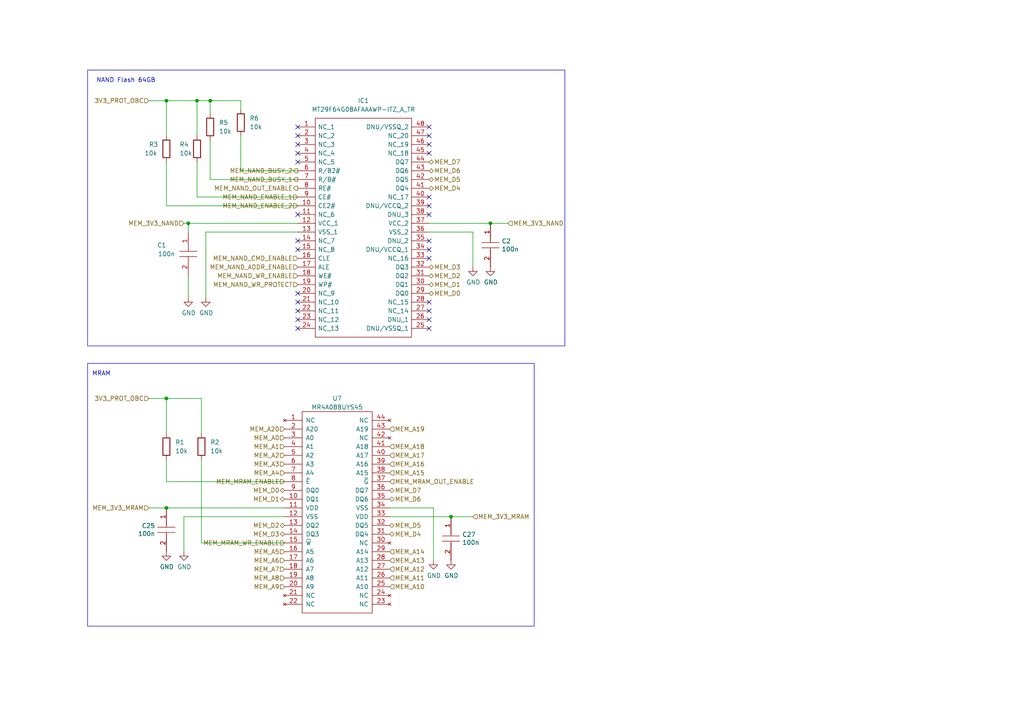
<source format=kicad_sch>
(kicad_sch (version 20230121) (generator eeschema)
  (paper "A4")
  (title_block (title "OBC Memory Modules") (date "2021-01-10") (rev "2.1") (company "SpaceDot") (comment 1 "Engineering Model") (comment 2 "FFF REPRESENTATIVE"))
  (lib_symbols
    (symbol "Device:R" (pin_numbers hide) (pin_names (offset 0))
      (property "Reference" "R" (at 2.032 0 90))
      (property "Value" "R" (at 0 0 90))
      (symbol "R_0_1"
        (rectangle (start -1.016 -2.54) (end 1.016 2.54) (stroke (width 0.254)))
      )
      (symbol "R_1_1"
        (pin passive line (at 0 3.81 270) (length 1.27) (name "~") (number "1"))
        (pin passive line (at 0 -3.81 90) (length 1.27) (name "~") (number "2"))
      )
    )
    (symbol "OBC_IC:MR4A08BUYS45" (pin_names (offset 1.016))
      (property "Reference" "U" (at 15.24 7.62 0))
      (property "Value" "MR4A08BUYS45" (at 15.24 5.08 0))
      (symbol "MR4A08BUYS45_0_1"
        (rectangle (start 5.08 2.54) (end 25.4 -55.88))
      )
      (symbol "MR4A08BUYS45_1_1"
        (pin no_connect line (at 0 0 0) (length 5.08) (name "NC") (number "1"))
        (pin bidirectional line (at 0 -22.86 0) (length 5.08) (name "DQ1") (number "10"))
        (pin power_in line (at 0 -25.4 0) (length 5.08) (name "VDD") (number "11"))
        (pin power_in line (at 0 -27.94 0) (length 5.08) (name "VSS") (number "12"))
        (pin bidirectional line (at 0 -30.48 0) (length 5.08) (name "DQ2") (number "13"))
        (pin bidirectional line (at 0 -33.02 0) (length 5.08) (name "DQ3") (number "14"))
        (pin input line (at 0 -35.56 0) (length 5.08) (name "~{W}") (number "15"))
        (pin input line (at 0 -38.1 0) (length 5.08) (name "A5") (number "16"))
        (pin input line (at 0 -40.64 0) (length 5.08) (name "A6") (number "17"))
        (pin input line (at 0 -43.18 0) (length 5.08) (name "A7") (number "18"))
        (pin input line (at 0 -45.72 0) (length 5.08) (name "A8") (number "19"))
        (pin input line (at 0 -2.54 0) (length 5.08) (name "A20") (number "2"))
        (pin input line (at 0 -48.26 0) (length 5.08) (name "A9") (number "20"))
        (pin no_connect line (at 0 -50.8 0) (length 5.08) (name "NC") (number "21"))
        (pin no_connect line (at 0 -53.34 0) (length 5.08) (name "NC") (number "22"))
        (pin no_connect line (at 30.48 -53.34 180) (length 5.08) (name "NC") (number "23"))
        (pin no_connect line (at 30.48 -50.8 180) (length 5.08) (name "NC") (number "24"))
        (pin input line (at 30.48 -48.26 180) (length 5.08) (name "A10") (number "25"))
        (pin input line (at 30.48 -45.72 180) (length 5.08) (name "A11") (number "26"))
        (pin input line (at 30.48 -43.18 180) (length 5.08) (name "A12") (number "27"))
        (pin input line (at 30.48 -40.64 180) (length 5.08) (name "A13") (number "28"))
        (pin input line (at 30.48 -38.1 180) (length 5.08) (name "A14") (number "29"))
        (pin input line (at 0 -5.08 0) (length 5.08) (name "A0") (number "3"))
        (pin no_connect line (at 30.48 -35.56 180) (length 5.08) (name "NC") (number "30"))
        (pin bidirectional line (at 30.48 -33.02 180) (length 5.08) (name "DQ4") (number "31"))
        (pin bidirectional line (at 30.48 -30.48 180) (length 5.08) (name "DQ5") (number "32"))
        (pin power_in line (at 30.48 -27.94 180) (length 5.08) (name "VDD") (number "33"))
        (pin power_in line (at 30.48 -25.4 180) (length 5.08) (name "VSS") (number "34"))
        (pin bidirectional line (at 30.48 -22.86 180) (length 5.08) (name "DQ6") (number "35"))
        (pin bidirectional line (at 30.48 -20.32 180) (length 5.08) (name "DQ7") (number "36"))
        (pin input line (at 30.48 -17.78 180) (length 5.08) (name "~{G}") (number "37"))
        (pin input line (at 30.48 -15.24 180) (length 5.08) (name "A15") (number "38"))
        (pin input line (at 30.48 -12.7 180) (length 5.08) (name "A16") (number "39"))
        (pin input line (at 0 -7.62 0) (length 5.08) (name "A1") (number "4"))
        (pin input line (at 30.48 -10.16 180) (length 5.08) (name "A17") (number "40"))
        (pin input line (at 30.48 -7.62 180) (length 5.08) (name "A18") (number "41"))
        (pin no_connect line (at 30.48 -5.08 180) (length 5.08) (name "NC") (number "42"))
        (pin input line (at 30.48 -2.54 180) (length 5.08) (name "A19") (number "43"))
        (pin no_connect line (at 30.48 0 180) (length 5.08) (name "NC") (number "44"))
        (pin input line (at 0 -10.16 0) (length 5.08) (name "A2") (number "5"))
        (pin input line (at 0 -12.7 0) (length 5.08) (name "A3") (number "6"))
        (pin input line (at 0 -15.24 0) (length 5.08) (name "A4") (number "7"))
        (pin input line (at 0 -17.78 0) (length 5.08) (name "~{E}") (number "8"))
        (pin bidirectional line (at 0 -20.32 0) (length 5.08) (name "DQ0") (number "9"))
      )
    )
    (symbol "OBC_IC:MT29F64G08AFAAAWP-ITZ_A_TR" (pin_names (offset 0.762))
      (property "Reference" "IC" (at 34.29 7.62 0))
      (property "Value" "MT29F64G08AFAAAWP-ITZ_A_TR" (at 34.29 5.08 0))
      (symbol "MT29F64G08AFAAAWP-ITZ_A_TR_0_0"
        (pin passive line (at 0 0 0) (length 5.08) (name "NC_1") (number "1"))
        (pin passive line (at 0 -22.86 0) (length 5.08) (name "CE2#") (number "10"))
        (pin passive line (at 0 -25.4 0) (length 5.08) (name "NC_6") (number "11"))
        (pin passive line (at 0 -27.94 0) (length 5.08) (name "VCC_1") (number "12"))
        (pin passive line (at 0 -30.48 0) (length 5.08) (name "VSS_1") (number "13"))
        (pin passive line (at 0 -33.02 0) (length 5.08) (name "NC_7") (number "14"))
        (pin passive line (at 0 -35.56 0) (length 5.08) (name "NC_8") (number "15"))
        (pin passive line (at 0 -38.1 0) (length 5.08) (name "CLE") (number "16"))
        (pin passive line (at 0 -40.64 0) (length 5.08) (name "ALE") (number "17"))
        (pin passive line (at 0 -43.18 0) (length 5.08) (name "WE#") (number "18"))
        (pin passive line (at 0 -45.72 0) (length 5.08) (name "WP#") (number "19"))
        (pin passive line (at 0 -2.54 0) (length 5.08) (name "NC_2") (number "2"))
        (pin passive line (at 0 -48.26 0) (length 5.08) (name "NC_9") (number "20"))
        (pin passive line (at 0 -50.8 0) (length 5.08) (name "NC_10") (number "21"))
        (pin passive line (at 0 -53.34 0) (length 5.08) (name "NC_11") (number "22"))
        (pin passive line (at 0 -55.88 0) (length 5.08) (name "NC_12") (number "23"))
        (pin passive line (at 0 -58.42 0) (length 5.08) (name "NC_13") (number "24"))
        (pin passive line (at 38.1 -58.42 180) (length 5.08) (name "DNU/VSSQ_1") (number "25"))
        (pin passive line (at 38.1 -55.88 180) (length 5.08) (name "DNU_1") (number "26"))
        (pin passive line (at 38.1 -53.34 180) (length 5.08) (name "NC_14") (number "27"))
        (pin passive line (at 38.1 -50.8 180) (length 5.08) (name "NC_15") (number "28"))
        (pin passive line (at 38.1 -48.26 180) (length 5.08) (name "DQ0") (number "29"))
        (pin passive line (at 0 -5.08 0) (length 5.08) (name "NC_3") (number "3"))
        (pin passive line (at 38.1 -45.72 180) (length 5.08) (name "DQ1") (number "30"))
        (pin passive line (at 38.1 -43.18 180) (length 5.08) (name "DQ2") (number "31"))
        (pin passive line (at 38.1 -40.64 180) (length 5.08) (name "DQ3") (number "32"))
        (pin passive line (at 38.1 -38.1 180) (length 5.08) (name "NC_16") (number "33"))
        (pin passive line (at 38.1 -35.56 180) (length 5.08) (name "DNU/VCCQ_1") (number "34"))
        (pin passive line (at 38.1 -33.02 180) (length 5.08) (name "DNU_2") (number "35"))
        (pin passive line (at 38.1 -30.48 180) (length 5.08) (name "VSS_2") (number "36"))
        (pin passive line (at 38.1 -27.94 180) (length 5.08) (name "VCC_2") (number "37"))
        (pin passive line (at 38.1 -25.4 180) (length 5.08) (name "DNU_3") (number "38"))
        (pin passive line (at 38.1 -22.86 180) (length 5.08) (name "DNU/VCCQ_2") (number "39"))
        (pin passive line (at 0 -7.62 0) (length 5.08) (name "NC_4") (number "4"))
        (pin passive line (at 38.1 -20.32 180) (length 5.08) (name "NC_17") (number "40"))
        (pin passive line (at 38.1 -17.78 180) (length 5.08) (name "DQ4") (number "41"))
        (pin passive line (at 38.1 -15.24 180) (length 5.08) (name "DQ5") (number "42"))
        (pin passive line (at 38.1 -12.7 180) (length 5.08) (name "DQ6") (number "43"))
        (pin passive line (at 38.1 -10.16 180) (length 5.08) (name "DQ7") (number "44"))
        (pin passive line (at 38.1 -7.62 180) (length 5.08) (name "NC_18") (number "45"))
        (pin passive line (at 38.1 -5.08 180) (length 5.08) (name "NC_19") (number "46"))
        (pin passive line (at 38.1 -2.54 180) (length 5.08) (name "NC_20") (number "47"))
        (pin passive line (at 38.1 0 180) (length 5.08) (name "DNU/VSSQ_2") (number "48"))
        (pin passive line (at 0 -10.16 0) (length 5.08) (name "NC_5") (number "5"))
        (pin passive line (at 0 -12.7 0) (length 5.08) (name "R/B2#") (number "6"))
        (pin passive line (at 0 -15.24 0) (length 5.08) (name "R/B#") (number "7"))
        (pin passive line (at 0 -17.78 0) (length 5.08) (name "RE#") (number "8"))
        (pin passive line (at 0 -20.32 0) (length 5.08) (name "CE#") (number "9"))
      )
      (symbol "MT29F64G08AFAAAWP-ITZ_A_TR_0_1"
        (polyline (pts (xy 5.08 2.54) (xy 33.02 2.54) (xy 33.02 -60.96) (xy 5.08 -60.96) (xy 5.08 2.54)) (stroke (width 0.1524)))
      )
    )
    (symbol "OBC_PASSIVE:GCM155R71H104KE02J" (pin_names (offset 0.762))
      (property "Reference" "C" (at 8.89 6.35 0))
      (property "Value" "GCM155R71H104KE02J" (at 8.89 3.81 0))
      (symbol "GCM155R71H104KE02J_0_0"
        (pin passive line (at 0 0 0) (length 5.08) (name "~") (number "1"))
        (pin passive line (at 12.7 0 180) (length 5.08) (name "~") (number "2"))
      )
      (symbol "GCM155R71H104KE02J_0_1"
        (polyline (pts (xy 5.08 0) (xy 5.588 0)) (stroke (width 0.1524)))
        (polyline (pts (xy 5.588 2.54) (xy 5.588 -2.54)) (stroke (width 0.1524)))
        (polyline (pts (xy 7.112 0) (xy 7.62 0)) (stroke (width 0.1524)))
        (polyline (pts (xy 7.112 2.54) (xy 7.112 -2.54)) (stroke (width 0.1524)))
      )
    )
    (symbol "power:GND" (power) (pin_names (offset 0))
      (property "Value" "GND" (at 0 -3.81 0))
      (symbol "GND_0_1"
        (polyline (pts (xy 0 0) (xy 0 -1.27) (xy 1.27 -1.27) (xy 0 -2.54) (xy -1.27 -1.27) (xy 0 -1.27)))
      )
      (symbol "GND_1_1"
        (pin power_in line (at 0 0 270) (length 0) hide (name "GND") (number "1"))
      )
    )
  )
  (junction (at 48.26 115.57))
  (junction (at 142.24 64.77))
  (junction (at 130.81 149.86))
  (junction (at 57.15 29.21))
  (junction (at 60.96 29.21))
  (junction (at 54.61 64.77))
  (junction (at 48.26 29.21))
  (junction (at 48.26 147.32))
  (no_connect (at 86.36 90.17))
  (no_connect (at 86.36 41.91))
  (no_connect (at 86.36 46.99))
  (no_connect (at 86.36 69.85))
  (no_connect (at 124.46 74.93))
  (no_connect (at 124.46 72.39))
  (no_connect (at 124.46 36.83))
  (no_connect (at 124.46 62.23))
  (no_connect (at 124.46 87.63))
  (no_connect (at 86.36 95.25))
  (no_connect (at 86.36 39.37))
  (no_connect (at 124.46 41.91))
  (no_connect (at 124.46 44.45))
  (no_connect (at 124.46 57.15))
  (no_connect (at 86.36 62.23))
  (no_connect (at 124.46 95.25))
  (no_connect (at 124.46 92.71))
  (no_connect (at 86.36 92.71))
  (no_connect (at 124.46 59.69))
  (no_connect (at 124.46 39.37))
  (no_connect (at 86.36 87.63))
  (no_connect (at 86.36 36.83))
  (no_connect (at 86.36 72.39))
  (no_connect (at 124.46 69.85))
  (no_connect (at 86.36 44.45))
  (no_connect (at 86.36 85.09))
  (no_connect (at 124.46 90.17))
  (wire (pts (xy 60.96 40.64) (xy 60.96 52.07)))
  (wire (pts (xy 60.96 29.21) (xy 60.96 33.02)))
  (wire (pts (xy 43.18 29.21) (xy 48.26 29.21)))
  (wire (pts (xy 59.69 67.31) (xy 86.36 67.31)))
  (wire (pts (xy 125.73 162.56) (xy 125.73 147.32)))
  (wire (pts (xy 58.42 133.35) (xy 58.42 157.48)))
  (wire (pts (xy 57.15 57.15) (xy 86.36 57.15)))
  (wire (pts (xy 48.26 115.57) (xy 48.26 125.73)))
  (wire (pts (xy 48.26 59.69) (xy 86.36 59.69)))
  (wire (pts (xy 58.42 115.57) (xy 58.42 125.73)))
  (wire (pts (xy 48.26 139.7) (xy 82.55 139.7)))
  (wire (pts (xy 54.61 64.77) (xy 54.61 67.31)))
  (wire (pts (xy 69.85 29.21) (xy 69.85 31.75)))
  (wire (pts (xy 54.61 80.01) (xy 54.61 86.36)))
  (wire (pts (xy 57.15 29.21) (xy 60.96 29.21)))
  (wire (pts (xy 54.61 64.77) (xy 86.36 64.77)))
  (wire (pts (xy 142.24 64.77) (xy 147.32 64.77)))
  (wire (pts (xy 124.46 64.77) (xy 142.24 64.77)))
  (wire (pts (xy 113.03 149.86) (xy 130.81 149.86)))
  (wire (pts (xy 43.18 115.57) (xy 48.26 115.57)))
  (wire (pts (xy 82.55 149.86) (xy 53.34 149.86)))
  (wire (pts (xy 53.34 160.02) (xy 53.34 149.86)))
  (wire (pts (xy 130.81 149.86) (xy 137.16 149.86)))
  (wire (pts (xy 48.26 147.32) (xy 82.55 147.32)))
  (wire (pts (xy 54.61 64.77) (xy 53.34 64.77)))
  (wire (pts (xy 86.36 52.07) (xy 60.96 52.07)))
  (wire (pts (xy 48.26 133.35) (xy 48.26 139.7)))
  (wire (pts (xy 59.69 67.31) (xy 59.69 86.36)))
  (wire (pts (xy 60.96 29.21) (xy 69.85 29.21)))
  (wire (pts (xy 137.16 77.47) (xy 137.16 67.31)))
  (wire (pts (xy 58.42 157.48) (xy 82.55 157.48)))
  (wire (pts (xy 48.26 29.21) (xy 57.15 29.21)))
  (wire (pts (xy 57.15 46.99) (xy 57.15 57.15)))
  (wire (pts (xy 48.26 147.32) (xy 43.18 147.32)))
  (wire (pts (xy 48.26 46.99) (xy 48.26 59.69)))
  (wire (pts (xy 48.26 29.21) (xy 48.26 39.37)))
  (wire (pts (xy 69.85 39.37) (xy 69.85 49.53)))
  (wire (pts (xy 113.03 147.32) (xy 125.73 147.32)))
  (wire (pts (xy 137.16 67.31) (xy 124.46 67.31)))
  (wire (pts (xy 48.26 115.57) (xy 58.42 115.57)))
  (wire (pts (xy 69.85 49.53) (xy 86.36 49.53)))
  (wire (pts (xy 57.15 29.21) (xy 57.15 39.37)))
  (rectangle (start 25.4 20.32) (end 163.83 100.33))
  (rectangle (start 25.4 105.41) (end 154.94 181.61))
  (text "NAND Flash 64GB" (at 27.94 24.13 0) (effects (font (size 1.27 1.27)) (justify left bottom)))
  (text "MRAM" (at 26.67 109.22 0) (effects (font (size 1.27 1.27)) (justify left bottom)))
  (hierarchical_label "MEM_D3" (shape bidirectional) (at 82.55 154.94 180))
  (hierarchical_label "MEM_D0" (shape bidirectional) (at 124.46 85.09 0))
  (hierarchical_label "MEM_NAND_OUT_ENABLE" (shape output) (at 86.36 54.61 180))
  (hierarchical_label "MEM_NAND_CMD_ENABLE" (shape input) (at 86.36 74.93 180))
  (hierarchical_label "MEM_MRAM_OUT_ENABLE" (shape input) (at 113.03 139.7 0))
  (hierarchical_label "MEM_NAND_ENABLE_1" (shape input) (at 86.36 57.15 180))
  (hierarchical_label "MEM_A17" (shape input) (at 113.03 132.08 0))
  (hierarchical_label "MEM_D7" (shape bidirectional) (at 124.46 46.99 0))
  (hierarchical_label "MEM_D1" (shape bidirectional) (at 82.55 144.78 180))
  (hierarchical_label "MEM_3V3_MRAM" (shape input) (at 43.18 147.32 180))
  (hierarchical_label "MEM_A14" (shape input) (at 113.03 160.02 0))
  (hierarchical_label "MEM_D2" (shape bidirectional) (at 124.46 80.01 0))
  (hierarchical_label "MEM_A6" (shape input) (at 82.55 162.56 180))
  (hierarchical_label "MEM_A9" (shape input) (at 82.55 170.18 180))
  (hierarchical_label "MEM_NAND_BUSY_2" (shape output) (at 86.36 49.53 180))
  (hierarchical_label "MEM_D2" (shape bidirectional) (at 82.55 152.4 180))
  (hierarchical_label "MEM_NAND_ENABLE_2" (shape input) (at 86.36 59.69 180))
  (hierarchical_label "MEM_D5" (shape bidirectional) (at 113.03 152.4 0))
  (hierarchical_label "MEM_3V3_NAND" (shape input) (at 53.34 64.77 180))
  (hierarchical_label "MEM_D1" (shape bidirectional) (at 124.46 82.55 0))
  (hierarchical_label "MEM_NAND_WR_ENABLE" (shape input) (at 86.36 80.01 180))
  (hierarchical_label "MEM_A20" (shape input) (at 82.55 124.46 180))
  (hierarchical_label "MEM_D4" (shape bidirectional) (at 124.46 54.61 0))
  (hierarchical_label "MEM_A10" (shape input) (at 113.03 170.18 0))
  (hierarchical_label "MEM_D6" (shape bidirectional) (at 113.03 144.78 0))
  (hierarchical_label "MEM_MRAM_WR_ENABLE" (shape input) (at 82.55 157.48 180))
  (hierarchical_label "MEM_D3" (shape bidirectional) (at 124.46 77.47 0))
  (hierarchical_label "3V3_PROT_OBC" (shape input) (at 43.18 115.57 180))
  (hierarchical_label "MEM_D4" (shape bidirectional) (at 113.03 154.94 0))
  (hierarchical_label "MEM_A1" (shape input) (at 82.55 129.54 180))
  (hierarchical_label "MEM_A18" (shape input) (at 113.03 129.54 0))
  (hierarchical_label "MEM_A4" (shape input) (at 82.55 137.16 180))
  (hierarchical_label "MEM_A5" (shape input) (at 82.55 160.02 180))
  (hierarchical_label "MEM_A7" (shape input) (at 82.55 165.1 180))
  (hierarchical_label "MEM_A0" (shape input) (at 82.55 127 180))
  (hierarchical_label "MEM_3V3_MRAM" (shape input) (at 137.16 149.86 0))
  (hierarchical_label "MEM_A2" (shape input) (at 82.55 132.08 180))
  (hierarchical_label "MEM_A8" (shape input) (at 82.55 167.64 180))
  (hierarchical_label "MEM_D6" (shape bidirectional) (at 124.46 49.53 0))
  (hierarchical_label "MEM_A16" (shape input) (at 113.03 134.62 0))
  (hierarchical_label "MEM_NAND_WR_PROTECT" (shape input) (at 86.36 82.55 180))
  (hierarchical_label "MEM_3V3_NAND" (shape input) (at 147.32 64.77 0))
  (hierarchical_label "MEM_A15" (shape input) (at 113.03 137.16 0))
  (hierarchical_label "MEM_A19" (shape input) (at 113.03 124.46 0))
  (hierarchical_label "MEM_A13" (shape input) (at 113.03 162.56 0))
  (hierarchical_label "3V3_PROT_OBC" (shape input) (at 43.18 29.21 180))
  (hierarchical_label "MEM_D0" (shape bidirectional) (at 82.55 142.24 180))
  (hierarchical_label "MEM_A11" (shape input) (at 113.03 167.64 0))
  (hierarchical_label "MEM_A3" (shape input) (at 82.55 134.62 180))
  (hierarchical_label "MEM_D7" (shape bidirectional) (at 113.03 142.24 0))
  (hierarchical_label "MEM_NAND_BUSY_1" (shape output) (at 86.36 52.07 180))
  (hierarchical_label "MEM_MRAM_ENABLE" (shape input) (at 82.55 139.7 180))
  (hierarchical_label "MEM_NAND_ADDR_ENABLE" (shape input) (at 86.36 77.47 180))
  (hierarchical_label "MEM_A12" (shape input) (at 113.03 165.1 0))
  (hierarchical_label "MEM_D5" (shape bidirectional) (at 124.46 52.07 0))
  (symbol (lib_id "OBC_IC:MR4A08BUYS45") (at 82.55 121.92 0) (unit 1)
    (property "Reference" "U7" (at 97.79 115.57 0))
    (property "Value" "MR4A08BUYS45" (at 97.79 118.11 0))
    (property "Footprint" "OBC_IC:MR4A08BUYS45" (effects hide))
  )
  (symbol (lib_id "power:GND") (at 130.81 162.56 0) (unit 1)
    (property "Reference" "#PWR0109" (effects hide))
    (property "Value" "GND" (at 130.937 166.9542 0))
  )
  (symbol (lib_id "OBC_PASSIVE:GCM155R71H104KE02J") (at 48.26 147.32 90) (mirror x) (unit 1)
    (property "Reference" "C25" (at 45.0088 152.5016 90) (effects (justify left)))
    (property "Value" "100n" (at 45.0088 154.813 90) (effects (justify left)))
    (property "Footprint" "Capacitor_SMD:C_0603_1608Metric" (effects hide))
    (property "Datasheet" "https://psearch.en.murata.com/capacitor/product/GCM155R71H104KE02%23.html" (effects hide))
    (property "Description" "Capacitor GCM15 L=1.0mm W=0.5mm T=0.5mm" (effects hide))
    (property "Height" "0.55" (effects hide))
    (property "Mouser Part Number" "81-GCM155R71H104KE2J" (effects hide))
    (property "Mouser Price/Stock" "https://www.mouser.co.uk/ProductDetail/Murata-Electronics/GCM155R71H104KE02J?qs=hNud%2FORuBR1wlwGPFWBVDg%3D%3D" (effects hide))
    (property "Manufacturer_Name" "Murata Electronics" (effects hide))
    (property "Manufacturer_Part_Number" "GCM155R71H104KE02J" (effects hide))
  )
  (symbol (lib_id "power:GND") (at 48.26 160.02 0) (unit 1)
    (property "Reference" "#PWR0105" (effects hide))
    (property "Value" "GND" (at 48.387 164.4142 0))
  )
  (symbol (lib_id "power:GND") (at 53.34 160.02 0) (unit 1)
    (property "Reference" "#PWR0106" (effects hide))
    (property "Value" "GND" (at 53.467 164.4142 0))
  )
  (symbol (lib_id "OBC_PASSIVE:GCM155R71H104KE02J") (at 130.81 149.86 270) (unit 1)
    (property "Reference" "C27" (at 134.0612 155.0416 90) (effects (justify left)))
    (property "Value" "100n" (at 134.0612 157.353 90) (effects (justify left)))
    (property "Footprint" "Capacitor_SMD:C_0603_1608Metric" (effects hide))
    (property "Datasheet" "https://psearch.en.murata.com/capacitor/product/GCM155R71H104KE02%23.html" (effects hide))
    (property "Description" "Capacitor GCM15 L=1.0mm W=0.5mm T=0.5mm" (effects hide))
    (property "Height" "0.55" (effects hide))
    (property "Mouser Part Number" "81-GCM155R71H104KE2J" (effects hide))
    (property "Mouser Price/Stock" "https://www.mouser.co.uk/ProductDetail/Murata-Electronics/GCM155R71H104KE02J?qs=hNud%2FORuBR1wlwGPFWBVDg%3D%3D" (effects hide))
    (property "Manufacturer_Name" "Murata Electronics" (effects hide))
    (property "Manufacturer_Part_Number" "GCM155R71H104KE02J" (effects hide))
  )
  (symbol (lib_id "power:GND") (at 125.73 162.56 0) (unit 1)
    (property "Reference" "#PWR0110" (effects hide))
    (property "Value" "GND" (at 125.857 166.9542 0))
  )
  (symbol (lib_id "power:GND") (at 54.61 86.36 0) (unit 1)
    (property "Reference" "#PWR0107" (effects hide))
    (property "Value" "GND" (at 54.737 90.7542 0))
  )
  (symbol (lib_id "OBC_PASSIVE:GCM155R71H104KE02J") (at 142.24 64.77 270) (unit 1)
    (property "Reference" "C2" (at 145.4912 69.9516 90) (effects (justify left)))
    (property "Value" "100n" (at 145.4912 72.263 90) (effects (justify left)))
    (property "Footprint" "Capacitor_SMD:C_0402_1005Metric" (effects hide))
    (property "Datasheet" "https://psearch.en.murata.com/capacitor/product/GCM155R71H104KE02%23.html" (effects hide))
    (property "Description" "Capacitor GCM15 L=1.0mm W=0.5mm T=0.5mm" (effects hide))
    (property "Height" "0.55" (effects hide))
    (property "Mouser Part Number" "81-GCM155R71H104KE2J" (effects hide))
    (property "Mouser Price/Stock" "https://www.mouser.co.uk/ProductDetail/Murata-Electronics/GCM155R71H104KE02J?qs=hNud%2FORuBR1wlwGPFWBVDg%3D%3D" (effects hide))
    (property "Manufacturer_Name" "Murata Electronics" (effects hide))
    (property "Manufacturer_Part_Number" "GCM155R71H104KE02J" (effects hide))
  )
  (symbol (lib_id "OBC_IC:MT29F64G08AFAAAWP-ITZ_A_TR") (at 86.36 36.83 0) (unit 1)
    (property "Reference" "IC1" (at 105.41 29.21 0))
    (property "Value" "MT29F64G08AFAAAWP-ITZ_A_TR" (at 105.41 31.75 0))
    (property "Footprint" "OBC_IC:SOP50P2000X120-48N" (effects hide))
    (property "Datasheet" "https://eu.mouser.com/datasheet/2/671/micron_technology_micts06235-1-1759187.pdf" (effects hide))
    (property "Description" "NAND Flash SLC 64G 8GX8 TSOP DDP" (effects hide))
    (property "Height" "1.2" (effects hide))
    (property "Manufacturer_Name" "Micron" (effects hide))
    (property "Manufacturer_Part_Number" "MT29F64G08AFAAAWP-ITZ:A TR" (effects hide))
    (property "Mouser Part Number" "340-200635-REEL" (effects hide))
    (property "Mouser Price/Stock" "https://www.mouser.co.uk/ProductDetail/Micron/MT29F64G08AFAAAWP-ITZA-TR?qs=taEdVNyAfdHwqoLheszjbg%3D%3D" (effects hide))
    (property "Arrow Part Number" "MT29F64G08AFAAAWP-ITZ:A TR" (effects hide))
    (property "Arrow Price/Stock" "https://www.arrow.com/en/products/mt29f64g08afaaawp-itza-tr/micron-technology" (effects hide))
  )
  (symbol (lib_id "Device:R") (at 69.85 35.56 0) (unit 1)
    (property "Reference" "R6" (at 72.39 34.2899 0) (effects (justify left)))
    (property "Value" "10k" (at 72.39 36.8299 0) (effects (justify left)))
    (property "Footprint" "Resistor_SMD:R_0603_1608Metric" (effects hide))
  )
  (symbol (lib_id "Device:R") (at 57.15 43.18 0) (unit 1)
    (property "Reference" "R4" (at 52.07 41.91 0) (effects (justify left)))
    (property "Value" "10k" (at 52.07 44.45 0) (effects (justify left)))
    (property "Footprint" "Resistor_SMD:R_0603_1608Metric" (effects hide))
  )
  (symbol (lib_id "Device:R") (at 48.26 43.18 0) (mirror y) (unit 1)
    (property "Reference" "R3" (at 43.18 41.91 0) (effects (justify right)))
    (property "Value" "10k" (at 41.91 44.45 0) (effects (justify right)))
    (property "Footprint" "Resistor_SMD:R_0603_1608Metric" (effects hide))
  )
  (symbol (lib_id "Device:R") (at 60.96 36.83 0) (unit 1)
    (property "Reference" "R5" (at 63.5 35.5599 0) (effects (justify left)))
    (property "Value" "10k" (at 63.5 38.0999 0) (effects (justify left)))
    (property "Footprint" "Resistor_SMD:R_0603_1608Metric" (effects hide))
  )
  (symbol (lib_id "OBC_PASSIVE:GCM155R71H104KE02J") (at 54.61 67.31 90) (mirror x) (unit 1)
    (property "Reference" "C1" (at 48.26 71.12 90) (effects (justify left)))
    (property "Value" "100n" (at 50.8 73.66 90) (effects (justify left)))
    (property "Footprint" "Resistor_SMD:R_0402_1005Metric" (effects hide))
    (property "Datasheet" "https://psearch.en.murata.com/capacitor/product/GCM155R71H104KE02%23.html" (effects hide))
    (property "Description" "Capacitor GCM15 L=1.0mm W=0.5mm T=0.5mm" (effects hide))
    (property "Height" "0.55" (effects hide))
    (property "Mouser Part Number" "81-GCM155R71H104KE2J" (effects hide))
    (property "Mouser Price/Stock" "https://www.mouser.co.uk/ProductDetail/Murata-Electronics/GCM155R71H104KE02J?qs=hNud%2FORuBR1wlwGPFWBVDg%3D%3D" (effects hide))
    (property "Manufacturer_Name" "Murata Electronics" (effects hide))
    (property "Manufacturer_Part_Number" "GCM155R71H104KE02J" (effects hide))
  )
  (symbol (lib_id "Device:R") (at 48.26 129.54 0) (unit 1)
    (property "Reference" "R1" (at 50.8 128.2699 0) (effects (justify left)))
    (property "Value" "10k" (at 50.8 130.8099 0) (effects (justify left)))
    (property "Footprint" "Resistor_SMD:R_0603_1608Metric" (effects hide))
  )
  (symbol (lib_id "power:GND") (at 137.16 77.47 0) (unit 1)
    (property "Reference" "#PWR0103" (effects hide))
    (property "Value" "GND" (at 137.287 81.8642 0))
  )
  (symbol (lib_id "Device:R") (at 58.42 129.54 0) (unit 1)
    (property "Reference" "R2" (at 60.96 128.2699 0) (effects (justify left)))
    (property "Value" "10k" (at 60.96 130.8099 0) (effects (justify left)))
    (property "Footprint" "Resistor_SMD:R_0603_1608Metric" (effects hide))
  )
  (symbol (lib_id "power:GND") (at 59.69 86.36 0) (unit 1)
    (property "Reference" "#PWR0108" (effects hide))
    (property "Value" "GND" (at 59.817 90.7542 0))
  )
  (symbol (lib_id "power:GND") (at 142.24 77.47 0) (unit 1)
    (property "Reference" "#PWR0104" (effects hide))
    (property "Value" "GND" (at 142.367 81.8642 0))
  )
)
</source>
